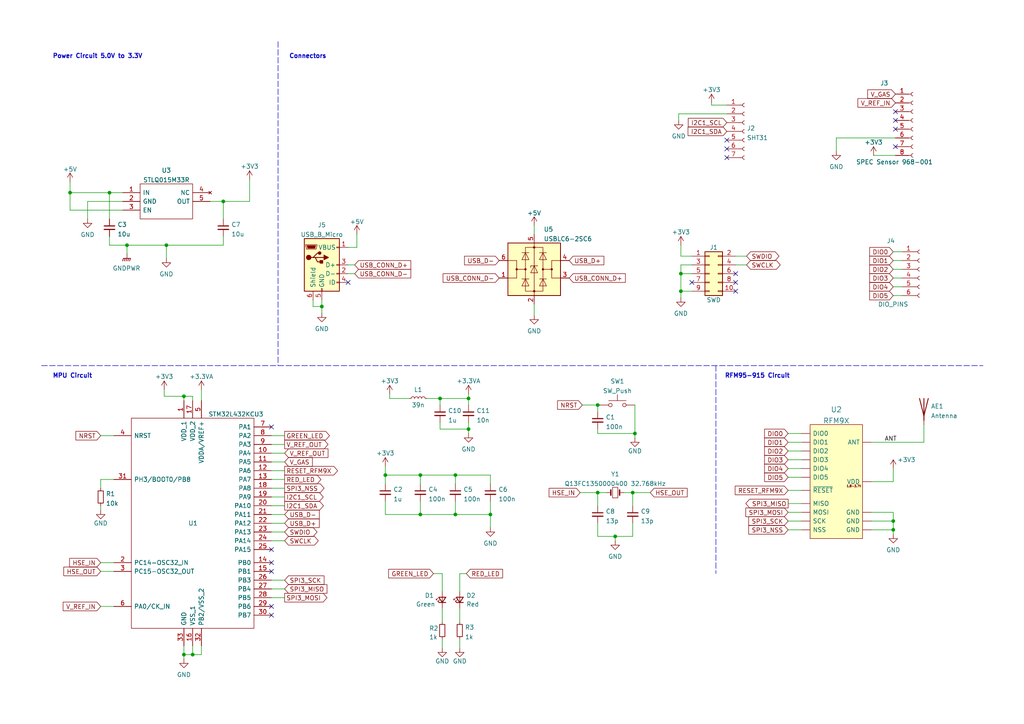
<source format=kicad_sch>
(kicad_sch (version 20211123) (generator eeschema)
  (paper "A4")
  (title_block (title "Diseño PCB Nodo Sensor Version 2.0") (date "2022-09-13") (company "UTEC"))
  (lib_symbols
    (symbol "Connector:Conn_01x06_Female" (pin_names (offset 1.016) hide)
      (property "Reference" "J" (at 0 7.62 0))
      (property "Value" "Conn_01x06_Female" (at 0 -10.16 0))
      (symbol "Conn_01x06_Female_1_1"
        (arc (start 0 -7.112) (mid -0.508 -7.62) (end 0 -8.128) (stroke (width 0.1524)))
        (arc (start 0 -4.572) (mid -0.508 -5.08) (end 0 -5.588) (stroke (width 0.1524)))
        (arc (start 0 -2.032) (mid -0.508 -2.54) (end 0 -3.048) (stroke (width 0.1524)))
        (polyline (pts (xy -1.27 -7.62) (xy -0.508 -7.62)) (stroke (width 0.1524)))
        (polyline (pts (xy -1.27 -5.08) (xy -0.508 -5.08)) (stroke (width 0.1524)))
        (polyline (pts (xy -1.27 -2.54) (xy -0.508 -2.54)) (stroke (width 0.1524)))
        (polyline (pts (xy -1.27 0) (xy -0.508 0)) (stroke (width 0.1524)))
        (polyline (pts (xy -1.27 2.54) (xy -0.508 2.54)) (stroke (width 0.1524)))
        (polyline (pts (xy -1.27 5.08) (xy -0.508 5.08)) (stroke (width 0.1524)))
        (arc (start 0 0.508) (mid -0.508 0) (end 0 -0.508) (stroke (width 0.1524)))
        (arc (start 0 3.048) (mid -0.508 2.54) (end 0 2.032) (stroke (width 0.1524)))
        (arc (start 0 5.588) (mid -0.508 5.08) (end 0 4.572) (stroke (width 0.1524)))
        (pin passive line (at -5.08 5.08 0) (length 3.81) (name "Pin_1") (number "1"))
        (pin passive line (at -5.08 2.54 0) (length 3.81) (name "Pin_2") (number "2"))
        (pin passive line (at -5.08 0 0) (length 3.81) (name "Pin_3") (number "3"))
        (pin passive line (at -5.08 -2.54 0) (length 3.81) (name "Pin_4") (number "4"))
        (pin passive line (at -5.08 -5.08 0) (length 3.81) (name "Pin_5") (number "5"))
        (pin passive line (at -5.08 -7.62 0) (length 3.81) (name "Pin_6") (number "6"))
      )
    )
    (symbol "Connector:Conn_01x07_Female" (pin_names (offset 1.016) hide)
      (property "Reference" "J" (at 0 10.16 0))
      (property "Value" "Conn_01x07_Female" (at 0 -10.16 0))
      (symbol "Conn_01x07_Female_1_1"
        (arc (start 0 -7.112) (mid -0.508 -7.62) (end 0 -8.128) (stroke (width 0.1524)))
        (arc (start 0 -4.572) (mid -0.508 -5.08) (end 0 -5.588) (stroke (width 0.1524)))
        (arc (start 0 -2.032) (mid -0.508 -2.54) (end 0 -3.048) (stroke (width 0.1524)))
        (polyline (pts (xy -1.27 -7.62) (xy -0.508 -7.62)) (stroke (width 0.1524)))
        (polyline (pts (xy -1.27 -5.08) (xy -0.508 -5.08)) (stroke (width 0.1524)))
        (polyline (pts (xy -1.27 -2.54) (xy -0.508 -2.54)) (stroke (width 0.1524)))
        (polyline (pts (xy -1.27 0) (xy -0.508 0)) (stroke (width 0.1524)))
        (polyline (pts (xy -1.27 2.54) (xy -0.508 2.54)) (stroke (width 0.1524)))
        (polyline (pts (xy -1.27 5.08) (xy -0.508 5.08)) (stroke (width 0.1524)))
        (polyline (pts (xy -1.27 7.62) (xy -0.508 7.62)) (stroke (width 0.1524)))
        (arc (start 0 0.508) (mid -0.508 0) (end 0 -0.508) (stroke (width 0.1524)))
        (arc (start 0 3.048) (mid -0.508 2.54) (end 0 2.032) (stroke (width 0.1524)))
        (arc (start 0 5.588) (mid -0.508 5.08) (end 0 4.572) (stroke (width 0.1524)))
        (arc (start 0 8.128) (mid -0.508 7.62) (end 0 7.112) (stroke (width 0.1524)))
        (pin passive line (at -5.08 7.62 0) (length 3.81) (name "Pin_1") (number "1"))
        (pin passive line (at -5.08 5.08 0) (length 3.81) (name "Pin_2") (number "2"))
        (pin passive line (at -5.08 2.54 0) (length 3.81) (name "Pin_3") (number "3"))
        (pin passive line (at -5.08 0 0) (length 3.81) (name "Pin_4") (number "4"))
        (pin passive line (at -5.08 -2.54 0) (length 3.81) (name "Pin_5") (number "5"))
        (pin passive line (at -5.08 -5.08 0) (length 3.81) (name "Pin_6") (number "6"))
        (pin passive line (at -5.08 -7.62 0) (length 3.81) (name "Pin_7") (number "7"))
      )
    )
    (symbol "Connector:Conn_01x08_Female" (pin_names (offset 1.016) hide)
      (property "Reference" "J" (at 0 10.16 0))
      (property "Value" "Conn_01x08_Female" (at 0 -12.7 0))
      (symbol "Conn_01x08_Female_1_1"
        (arc (start 0 -9.652) (mid -0.508 -10.16) (end 0 -10.668) (stroke (width 0.1524)))
        (arc (start 0 -7.112) (mid -0.508 -7.62) (end 0 -8.128) (stroke (width 0.1524)))
        (arc (start 0 -4.572) (mid -0.508 -5.08) (end 0 -5.588) (stroke (width 0.1524)))
        (arc (start 0 -2.032) (mid -0.508 -2.54) (end 0 -3.048) (stroke (width 0.1524)))
        (polyline (pts (xy -1.27 -10.16) (xy -0.508 -10.16)) (stroke (width 0.1524)))
        (polyline (pts (xy -1.27 -7.62) (xy -0.508 -7.62)) (stroke (width 0.1524)))
        (polyline (pts (xy -1.27 -5.08) (xy -0.508 -5.08)) (stroke (width 0.1524)))
        (polyline (pts (xy -1.27 -2.54) (xy -0.508 -2.54)) (stroke (width 0.1524)))
        (polyline (pts (xy -1.27 0) (xy -0.508 0)) (stroke (width 0.1524)))
        (polyline (pts (xy -1.27 2.54) (xy -0.508 2.54)) (stroke (width 0.1524)))
        (polyline (pts (xy -1.27 5.08) (xy -0.508 5.08)) (stroke (width 0.1524)))
        (polyline (pts (xy -1.27 7.62) (xy -0.508 7.62)) (stroke (width 0.1524)))
        (arc (start 0 0.508) (mid -0.508 0) (end 0 -0.508) (stroke (width 0.1524)))
        (arc (start 0 3.048) (mid -0.508 2.54) (end 0 2.032) (stroke (width 0.1524)))
        (arc (start 0 5.588) (mid -0.508 5.08) (end 0 4.572) (stroke (width 0.1524)))
        (arc (start 0 8.128) (mid -0.508 7.62) (end 0 7.112) (stroke (width 0.1524)))
        (pin passive line (at -5.08 7.62 0) (length 3.81) (name "Pin_1") (number "1"))
        (pin passive line (at -5.08 5.08 0) (length 3.81) (name "Pin_2") (number "2"))
        (pin passive line (at -5.08 2.54 0) (length 3.81) (name "Pin_3") (number "3"))
        (pin passive line (at -5.08 0 0) (length 3.81) (name "Pin_4") (number "4"))
        (pin passive line (at -5.08 -2.54 0) (length 3.81) (name "Pin_5") (number "5"))
        (pin passive line (at -5.08 -5.08 0) (length 3.81) (name "Pin_6") (number "6"))
        (pin passive line (at -5.08 -7.62 0) (length 3.81) (name "Pin_7") (number "7"))
        (pin passive line (at -5.08 -10.16 0) (length 3.81) (name "Pin_8") (number "8"))
      )
    )
    (symbol "Connector:USB_B_Micro" (pin_names (offset 1.016))
      (property "Reference" "J" (at -5.08 11.43 0))
      (property "Value" "USB_B_Micro" (at -5.08 8.89 0))
      (symbol "USB_B_Micro_0_1"
        (rectangle (start -5.08 -7.62) (end 5.08 7.62) (stroke (width 0.254)) (fill (type background)))
        (circle (center -3.81 2.159) (radius 0.635) (stroke (width 0.254)) (fill (type outline)))
        (circle (center -0.635 3.429) (radius 0.381) (stroke (width 0.254)) (fill (type outline)))
        (rectangle (start -0.127 -7.62) (end 0.127 -6.858))
        (polyline (pts (xy -1.905 2.159) (xy 0.635 2.159)) (stroke (width 0.254)))
        (polyline (pts (xy -3.175 2.159) (xy -2.54 2.159) (xy -1.27 3.429) (xy -0.635 3.429)) (stroke (width 0.254)))
        (polyline (pts (xy -2.54 2.159) (xy -1.905 2.159) (xy -1.27 0.889) (xy 0 0.889)) (stroke (width 0.254)))
        (polyline (pts (xy 0.635 2.794) (xy 0.635 1.524) (xy 1.905 2.159) (xy 0.635 2.794)) (stroke (width 0.254)) (fill (type outline)))
        (polyline (pts (xy -4.318 5.588) (xy -1.778 5.588) (xy -2.032 4.826) (xy -4.064 4.826) (xy -4.318 5.588)) (fill (type outline)))
        (polyline (pts (xy -4.699 5.842) (xy -4.699 5.588) (xy -4.445 4.826) (xy -4.445 4.572) (xy -1.651 4.572) (xy -1.651 4.826) (xy -1.397 5.588) (xy -1.397 5.842) (xy -4.699 5.842)))
        (rectangle (start 0.254 1.27) (end -0.508 0.508) (stroke (width 0.254)) (fill (type outline)))
        (rectangle (start 5.08 -5.207) (end 4.318 -4.953))
        (rectangle (start 5.08 -2.667) (end 4.318 -2.413))
        (rectangle (start 5.08 -0.127) (end 4.318 0.127))
        (rectangle (start 5.08 4.953) (end 4.318 5.207))
      )
      (symbol "USB_B_Micro_1_1"
        (pin power_out line (at 7.62 5.08 180) (length 2.54) (name "VBUS") (number "1"))
        (pin bidirectional line (at 7.62 -2.54 180) (length 2.54) (name "D-") (number "2"))
        (pin bidirectional line (at 7.62 0 180) (length 2.54) (name "D+") (number "3"))
        (pin passive line (at 7.62 -5.08 180) (length 2.54) (name "ID") (number "4"))
        (pin power_out line (at 0 -10.16 90) (length 2.54) (name "GND") (number "5"))
        (pin passive line (at -2.54 -10.16 90) (length 2.54) (name "Shield") (number "6"))
      )
    )
    (symbol "Connector_Generic:Conn_02x05_Odd_Even" (pin_names (offset 1.016) hide)
      (property "Reference" "J" (at 1.27 7.62 0))
      (property "Value" "Conn_02x05_Odd_Even" (at 1.27 -7.62 0))
      (symbol "Conn_02x05_Odd_Even_1_1"
        (rectangle (start -1.27 -4.953) (end 0 -5.207) (stroke (width 0.1524)))
        (rectangle (start -1.27 -2.413) (end 0 -2.667) (stroke (width 0.1524)))
        (rectangle (start -1.27 0.127) (end 0 -0.127) (stroke (width 0.1524)))
        (rectangle (start -1.27 2.667) (end 0 2.413) (stroke (width 0.1524)))
        (rectangle (start -1.27 5.207) (end 0 4.953) (stroke (width 0.1524)))
        (rectangle (start -1.27 6.35) (end 3.81 -6.35) (stroke (width 0.254)) (fill (type background)))
        (rectangle (start 3.81 -4.953) (end 2.54 -5.207) (stroke (width 0.1524)))
        (rectangle (start 3.81 -2.413) (end 2.54 -2.667) (stroke (width 0.1524)))
        (rectangle (start 3.81 0.127) (end 2.54 -0.127) (stroke (width 0.1524)))
        (rectangle (start 3.81 2.667) (end 2.54 2.413) (stroke (width 0.1524)))
        (rectangle (start 3.81 5.207) (end 2.54 4.953) (stroke (width 0.1524)))
        (pin passive line (at -5.08 5.08 0) (length 3.81) (name "Pin_1") (number "1"))
        (pin passive line (at 7.62 -5.08 180) (length 3.81) (name "Pin_10") (number "10"))
        (pin passive line (at 7.62 5.08 180) (length 3.81) (name "Pin_2") (number "2"))
        (pin passive line (at -5.08 2.54 0) (length 3.81) (name "Pin_3") (number "3"))
        (pin passive line (at 7.62 2.54 180) (length 3.81) (name "Pin_4") (number "4"))
        (pin passive line (at -5.08 0 0) (length 3.81) (name "Pin_5") (number "5"))
        (pin passive line (at 7.62 0 180) (length 3.81) (name "Pin_6") (number "6"))
        (pin passive line (at -5.08 -2.54 0) (length 3.81) (name "Pin_7") (number "7"))
        (pin passive line (at 7.62 -2.54 180) (length 3.81) (name "Pin_8") (number "8"))
        (pin passive line (at -5.08 -5.08 0) (length 3.81) (name "Pin_9") (number "9"))
      )
    )
    (symbol "Device:Antenna" (pin_numbers hide) (pin_names (offset 1.016) hide)
      (property "Reference" "AE" (at -1.905 1.905 0))
      (property "Value" "Antenna" (at -1.905 0 0))
      (symbol "Antenna_0_1"
        (polyline (pts (xy 0 2.54) (xy 0 -3.81)) (stroke (width 0.254)))
        (polyline (pts (xy 1.27 2.54) (xy 0 -2.54) (xy -1.27 2.54)) (stroke (width 0.254)))
      )
      (symbol "Antenna_1_1"
        (pin input line (at 0 -5.08 90) (length 2.54) (name "A") (number "1"))
      )
    )
    (symbol "Device:C_Small" (pin_numbers hide) (pin_names (offset 0.254) hide)
      (property "Reference" "C" (at 0.254 1.778 0))
      (property "Value" "C_Small" (at 0.254 -2.032 0))
      (symbol "C_Small_0_1"
        (polyline (pts (xy -1.524 -0.508) (xy 1.524 -0.508)) (stroke (width 0.3302)))
        (polyline (pts (xy -1.524 0.508) (xy 1.524 0.508)) (stroke (width 0.3048)))
      )
      (symbol "C_Small_1_1"
        (pin passive line (at 0 2.54 270) (length 2.032) (name "~") (number "1"))
        (pin passive line (at 0 -2.54 90) (length 2.032) (name "~") (number "2"))
      )
    )
    (symbol "Device:Crystal_Small" (pin_numbers hide) (pin_names (offset 1.016) hide)
      (property "Reference" "Y" (at 0 2.54 0))
      (property "Value" "Crystal_Small" (at 0 -2.54 0))
      (symbol "Crystal_Small_0_1"
        (rectangle (start -0.762 -1.524) (end 0.762 1.524))
        (polyline (pts (xy -1.27 -0.762) (xy -1.27 0.762)) (stroke (width 0.381)))
        (polyline (pts (xy 1.27 -0.762) (xy 1.27 0.762)) (stroke (width 0.381)))
      )
      (symbol "Crystal_Small_1_1"
        (pin passive line (at -2.54 0 0) (length 1.27) (name "1") (number "1"))
        (pin passive line (at 2.54 0 180) (length 1.27) (name "2") (number "2"))
      )
    )
    (symbol "Device:LED_Small" (pin_numbers hide) (pin_names (offset 0.254) hide)
      (property "Reference" "D" (at -1.27 3.175 0))
      (property "Value" "LED_Small" (at -4.445 -2.54 0))
      (symbol "LED_Small_0_1"
        (polyline (pts (xy -0.762 -1.016) (xy -0.762 1.016)) (stroke (width 0.254)))
        (polyline (pts (xy 1.016 0) (xy -0.762 0)))
        (polyline (pts (xy 0.762 -1.016) (xy -0.762 0) (xy 0.762 1.016) (xy 0.762 -1.016)) (stroke (width 0.254)))
        (polyline (pts (xy 0 0.762) (xy -0.508 1.27) (xy -0.254 1.27) (xy -0.508 1.27) (xy -0.508 1.016)))
        (polyline (pts (xy 0.508 1.27) (xy 0 1.778) (xy 0.254 1.778) (xy 0 1.778) (xy 0 1.524)))
      )
      (symbol "LED_Small_1_1"
        (pin passive line (at -2.54 0 0) (length 1.778) (name "K") (number "1"))
        (pin passive line (at 2.54 0 180) (length 1.778) (name "A") (number "2"))
      )
    )
    (symbol "Device:L_Small" (pin_numbers hide) (pin_names (offset 0.254) hide)
      (property "Reference" "L" (at 0.762 1.016 0))
      (property "Value" "L_Small" (at 0.762 -1.016 0))
      (symbol "L_Small_0_1"
        (arc (start 0 -2.032) (mid 0.508 -1.524) (end 0 -1.016))
        (arc (start 0 -1.016) (mid 0.508 -0.508) (end 0 0))
        (arc (start 0 0) (mid 0.508 0.508) (end 0 1.016))
        (arc (start 0 1.016) (mid 0.508 1.524) (end 0 2.032))
      )
      (symbol "L_Small_1_1"
        (pin passive line (at 0 2.54 270) (length 0.508) (name "~") (number "1"))
        (pin passive line (at 0 -2.54 90) (length 0.508) (name "~") (number "2"))
      )
    )
    (symbol "Device:R_Small" (pin_numbers hide) (pin_names (offset 0.254) hide)
      (property "Reference" "R" (at 0.762 0.508 0))
      (property "Value" "R_Small" (at 0.762 -1.016 0))
      (symbol "R_Small_0_1"
        (rectangle (start -0.762 1.778) (end 0.762 -1.778) (stroke (width 0.2032)))
      )
      (symbol "R_Small_1_1"
        (pin passive line (at 0 2.54 270) (length 0.762) (name "~") (number "1"))
        (pin passive line (at 0 -2.54 90) (length 0.762) (name "~") (number "2"))
      )
    )
    (symbol "Power_Protection:USBLC6-2SC6" (pin_names hide)
      (property "Reference" "U" (at 2.54 8.89 0))
      (property "Value" "USBLC6-2SC6" (at 2.54 -8.89 0))
      (symbol "USBLC6-2SC6_0_1"
        (rectangle (start -7.62 -7.62) (end 7.62 7.62) (stroke (width 0.254)) (fill (type background)))
        (circle (center -5.08 0) (radius 0.254) (fill (type outline)))
        (circle (center -2.54 0) (radius 0.254) (fill (type outline)))
        (rectangle (start -2.54 6.35) (end 2.54 -6.35))
        (circle (center 0 -6.35) (radius 0.254) (fill (type outline)))
        (polyline (pts (xy -5.08 -2.54) (xy -7.62 -2.54)))
        (polyline (pts (xy -5.08 0) (xy -5.08 -2.54)))
        (polyline (pts (xy -5.08 2.54) (xy -7.62 2.54)))
        (polyline (pts (xy -1.524 -2.794) (xy -3.556 -2.794)))
        (polyline (pts (xy -1.524 4.826) (xy -3.556 4.826)))
        (polyline (pts (xy 0 -7.62) (xy 0 -6.35)))
        (polyline (pts (xy 0 -6.35) (xy 0 1.27)))
        (polyline (pts (xy 0 1.27) (xy 0 6.35)))
        (polyline (pts (xy 0 6.35) (xy 0 7.62)))
        (polyline (pts (xy 1.524 -2.794) (xy 3.556 -2.794)))
        (polyline (pts (xy 1.524 4.826) (xy 3.556 4.826)))
        (polyline (pts (xy 5.08 -2.54) (xy 7.62 -2.54)))
        (polyline (pts (xy 5.08 0) (xy 5.08 -2.54)))
        (polyline (pts (xy 5.08 2.54) (xy 7.62 2.54)))
        (polyline (pts (xy -2.54 0) (xy -5.08 0) (xy -5.08 2.54)))
        (polyline (pts (xy 2.54 0) (xy 5.08 0) (xy 5.08 2.54)))
        (polyline (pts (xy -3.556 -4.826) (xy -1.524 -4.826) (xy -2.54 -2.794) (xy -3.556 -4.826)))
        (polyline (pts (xy -3.556 2.794) (xy -1.524 2.794) (xy -2.54 4.826) (xy -3.556 2.794)))
        (polyline (pts (xy -1.016 -1.016) (xy 1.016 -1.016) (xy 0 1.016) (xy -1.016 -1.016)))
        (polyline (pts (xy 1.016 1.016) (xy 0.762 1.016) (xy -1.016 1.016) (xy -1.016 0.508)))
        (polyline (pts (xy 3.556 -4.826) (xy 1.524 -4.826) (xy 2.54 -2.794) (xy 3.556 -4.826)))
        (polyline (pts (xy 3.556 2.794) (xy 1.524 2.794) (xy 2.54 4.826) (xy 3.556 2.794)))
        (circle (center 0 6.35) (radius 0.254) (fill (type outline)))
        (circle (center 2.54 0) (radius 0.254) (fill (type outline)))
        (circle (center 5.08 0) (radius 0.254) (fill (type outline)))
      )
      (symbol "USBLC6-2SC6_1_1"
        (pin passive line (at -10.16 -2.54 0) (length 2.54) (name "I/O1") (number "1"))
        (pin passive line (at 0 -10.16 90) (length 2.54) (name "GND") (number "2"))
        (pin passive line (at 10.16 -2.54 180) (length 2.54) (name "I/O2") (number "3"))
        (pin passive line (at 10.16 2.54 180) (length 2.54) (name "I/O2") (number "4"))
        (pin passive line (at 0 10.16 270) (length 2.54) (name "VBUS") (number "5"))
        (pin passive line (at -10.16 2.54 0) (length 2.54) (name "I/O1") (number "6"))
      )
    )
    (symbol "RFM9X:RFM9X" (pin_numbers hide) (pin_names (offset 0.762))
      (property "Reference" "U" (at 0 -17.78 0))
      (property "Value" "RFM9X" (at 0 17.78 0))
      (symbol "RFM9X_0_0"
        (text "1.8-3.7V" (at 5.08 -1.27 0) (effects (font (size 0.6096 0.6096))))
      )
      (symbol "RFM9X_0_1"
        (rectangle (start -7.62 16.51) (end 7.62 -16.51) (fill (type background)))
      )
      (symbol "RFM9X_1_1"
        (pin power_in line (at 10.16 -8.89 180) (length 2.54) (name "GND") (number "1"))
        (pin bidirectional line (at -10.16 11.43 0) (length 2.54) (name "DIO1") (number "10"))
        (pin bidirectional line (at -10.16 13.97 0) (length 2.54) (name "DIO0") (number "11"))
        (pin power_in line (at 10.16 0 180) (length 2.54) (name "VDD") (number "12"))
        (pin bidirectional line (at -10.16 3.81 0) (length 2.54) (name "DIO4") (number "13"))
        (pin bidirectional line (at -10.16 6.35 0) (length 2.54) (name "DIO3") (number "14"))
        (pin power_in line (at 10.16 -13.97 180) (length 2.54) (name "GND") (number "15"))
        (pin output line (at 10.16 11.43 180) (length 2.54) (name "ANT") (number "16"))
        (pin output line (at -10.16 -6.35 0) (length 2.54) (name "MISO") (number "2"))
        (pin input line (at -10.16 -8.89 0) (length 2.54) (name "MOSI") (number "3"))
        (pin input line (at -10.16 -11.43 0) (length 2.54) (name "SCK") (number "4"))
        (pin input line (at -10.16 -13.97 0) (length 2.54) (name "NSS") (number "5"))
        (pin input line (at -10.16 -2.54 0) (length 2.54) (name "~{RESET}") (number "6"))
        (pin bidirectional line (at -10.16 1.27 0) (length 2.54) (name "DIO5") (number "7"))
        (pin power_in line (at 10.16 -11.43 180) (length 2.54) (name "GND") (number "8"))
        (pin bidirectional line (at -10.16 8.89 0) (length 2.54) (name "DIO2") (number "9"))
      )
    )
    (symbol "SamacSys_Parts:STLQ015M33R" (pin_names (offset 0.762))
      (property "Reference" "U3" (at 12.7 6.4557 0))
      (property "Value" "STLQ015M33R" (at 12.7 3.6806 0))
      (symbol "STLQ015M33R_0_0"
        (pin input line (at 0 0 0) (length 5.08) (name "IN") (number "1"))
        (pin power_in line (at 0 -2.54 0) (length 5.08) (name "GND") (number "2"))
        (pin input line (at 0 -5.08 0) (length 5.08) (name "EN") (number "3"))
        (pin no_connect line (at 25.4 0 180) (length 5.08) (name "NC") (number "4"))
        (pin power_out line (at 25.4 -2.54 180) (length 5.08) (name "OUT") (number "5"))
      )
      (symbol "STLQ015M33R_0_1"
        (polyline (pts (xy 5.08 2.54) (xy 20.32 2.54) (xy 20.32 -7.62) (xy 5.08 -7.62) (xy 5.08 2.54)) (stroke (width 0.1524)))
      )
    )
    (symbol "SamacSys_Parts:STM32L432KCU3" (pin_names (offset 0.762))
      (property "Reference" "U1" (at 21.59 -12.7 0))
      (property "Value" "STM32L432KCU3" (at 27.4194 18.9206 0))
      (symbol "STM32L432KCU3_0_0"
        (pin passive line (at 20.32 22.86 270) (length 5.08) (name "VDD_1") (number "1"))
        (pin passive line (at 45.72 7.62 180) (length 5.08) (name "PA4") (number "10"))
        (pin passive line (at 45.72 5.08 180) (length 5.08) (name "PA5") (number "11"))
        (pin passive line (at 45.72 2.54 180) (length 5.08) (name "PA6") (number "12"))
        (pin passive line (at 45.72 0 180) (length 5.08) (name "PA7") (number "13"))
        (pin passive line (at 45.72 -24.13 180) (length 5.08) (name "PB0") (number "14"))
        (pin passive line (at 45.72 -26.67 180) (length 5.08) (name "PB1") (number "15"))
        (pin passive line (at 22.86 -48.26 90) (length 5.08) (name "VSS_1") (number "16"))
        (pin passive line (at 22.86 22.86 270) (length 5.08) (name "VDD_2") (number "17"))
        (pin passive line (at 45.72 -2.54 180) (length 5.08) (name "PA8") (number "18"))
        (pin passive line (at 45.72 -5.08 180) (length 5.08) (name "PA9") (number "19"))
        (pin passive line (at 0 -24.13 0) (length 5.08) (name "PC14-OSC32_IN") (number "2"))
        (pin passive line (at 45.72 -7.62 180) (length 5.08) (name "PA10") (number "20"))
        (pin passive line (at 45.72 -10.16 180) (length 5.08) (name "PA11") (number "21"))
        (pin passive line (at 45.72 -12.7 180) (length 5.08) (name "PA12") (number "22"))
        (pin passive line (at 45.72 -15.24 180) (length 5.08) (name "PA13") (number "23"))
        (pin passive line (at 45.72 -17.78 180) (length 5.08) (name "PA14") (number "24"))
        (pin passive line (at 45.72 -20.32 180) (length 5.08) (name "PA15") (number "25"))
        (pin passive line (at 45.72 -29.21 180) (length 5.08) (name "PB3") (number "26"))
        (pin passive line (at 45.72 -31.75 180) (length 5.08) (name "PB4") (number "27"))
        (pin passive line (at 45.72 -34.29 180) (length 5.08) (name "PB5") (number "28"))
        (pin passive line (at 45.72 -36.83 180) (length 5.08) (name "PB6") (number "29"))
        (pin passive line (at 0 -26.67 0) (length 5.08) (name "PC15-OSC32_OUT") (number "3"))
        (pin passive line (at 45.72 -39.37 180) (length 5.08) (name "PB7") (number "30"))
        (pin passive line (at 0 0 0) (length 5.08) (name "PH3/BOOT0/PB8") (number "31"))
        (pin passive line (at 25.4 -48.26 90) (length 5.08) (name "PB2/VSS_2") (number "32"))
        (pin passive line (at 20.32 -48.26 90) (length 5.08) (name "GND") (number "33"))
        (pin passive line (at 0 12.7 0) (length 5.08) (name "NRST") (number "4"))
        (pin passive line (at 25.4 22.86 270) (length 5.08) (name "VDDA/VREF+") (number "5"))
        (pin passive line (at 0 -36.83 0) (length 5.08) (name "PA0/CK_IN") (number "6"))
        (pin passive line (at 45.72 15.24 180) (length 5.08) (name "PA1") (number "7"))
        (pin passive line (at 45.72 12.7 180) (length 5.08) (name "PA2") (number "8"))
        (pin passive line (at 45.72 10.16 180) (length 5.08) (name "PA3") (number "9"))
      )
      (symbol "STM32L432KCU3_0_1"
        (rectangle (start 5.08 17.78) (end 40.64 -43.18) (stroke (width 0.1524)))
      )
    )
    (symbol "Switch:SW_Push" (pin_numbers hide) (pin_names (offset 1.016) hide)
      (property "Reference" "SW" (at 1.27 2.54 0))
      (property "Value" "SW_Push" (at 0 -1.524 0))
      (symbol "SW_Push_0_1"
        (circle (center -2.032 0) (radius 0.508))
        (polyline (pts (xy 0 1.27) (xy 0 3.048)))
        (polyline (pts (xy 2.54 1.27) (xy -2.54 1.27)))
        (circle (center 2.032 0) (radius 0.508))
        (pin passive line (at -5.08 0 0) (length 2.54) (name "1") (number "1"))
        (pin passive line (at 5.08 0 180) (length 2.54) (name "2") (number "2"))
      )
    )
    (symbol "power:+3.3V" (power) (pin_names (offset 0))
      (property "Value" "+3.3V" (at 0 3.556 0))
      (symbol "+3.3V_0_1"
        (polyline (pts (xy -0.762 1.27) (xy 0 2.54)))
        (polyline (pts (xy 0 0) (xy 0 2.54)))
        (polyline (pts (xy 0 2.54) (xy 0.762 1.27)))
      )
      (symbol "+3.3V_1_1"
        (pin power_in line (at 0 0 90) (length 0) hide (name "+3V3") (number "1"))
      )
    )
    (symbol "power:+3.3VA" (power) (pin_names (offset 0))
      (property "Value" "+3.3VA" (at 0 3.556 0))
      (symbol "+3.3VA_0_1"
        (polyline (pts (xy -0.762 1.27) (xy 0 2.54)))
        (polyline (pts (xy 0 0) (xy 0 2.54)))
        (polyline (pts (xy 0 2.54) (xy 0.762 1.27)))
      )
      (symbol "+3.3VA_1_1"
        (pin power_in line (at 0 0 90) (length 0) hide (name "+3.3VA") (number "1"))
      )
    )
    (symbol "power:+5V" (power) (pin_names (offset 0))
      (property "Value" "+5V" (at 0 3.556 0))
      (symbol "+5V_0_1"
        (polyline (pts (xy -0.762 1.27) (xy 0 2.54)))
        (polyline (pts (xy 0 0) (xy 0 2.54)))
        (polyline (pts (xy 0 2.54) (xy 0.762 1.27)))
      )
      (symbol "+5V_1_1"
        (pin power_in line (at 0 0 90) (length 0) hide (name "+5V") (number "1"))
      )
    )
    (symbol "power:GND" (power) (pin_names (offset 0))
      (property "Value" "GND" (at 0 -3.81 0))
      (symbol "GND_0_1"
        (polyline (pts (xy 0 0) (xy 0 -1.27) (xy 1.27 -1.27) (xy 0 -2.54) (xy -1.27 -1.27) (xy 0 -1.27)))
      )
      (symbol "GND_1_1"
        (pin power_in line (at 0 0 270) (length 0) hide (name "GND") (number "1"))
      )
    )
    (symbol "power:GNDPWR" (power) (pin_names (offset 0))
      (property "Value" "GNDPWR" (at 0 -3.302 0))
      (symbol "GNDPWR_0_1"
        (polyline (pts (xy 0 -1.27) (xy 0 0)))
        (polyline (pts (xy -1.016 -1.27) (xy -1.27 -2.032) (xy -1.27 -2.032)) (stroke (width 0.2032)))
        (polyline (pts (xy -0.508 -1.27) (xy -0.762 -2.032) (xy -0.762 -2.032)) (stroke (width 0.2032)))
        (polyline (pts (xy 0 -1.27) (xy -0.254 -2.032) (xy -0.254 -2.032)) (stroke (width 0.2032)))
        (polyline (pts (xy 0.508 -1.27) (xy 0.254 -2.032) (xy 0.254 -2.032)) (stroke (width 0.2032)))
        (polyline (pts (xy 1.016 -1.27) (xy -1.016 -1.27) (xy -1.016 -1.27)) (stroke (width 0.2032)))
        (polyline (pts (xy 1.016 -1.27) (xy 0.762 -2.032) (xy 0.762 -2.032) (xy 0.762 -2.032)) (stroke (width 0.2032)))
      )
      (symbol "GNDPWR_1_1"
        (pin power_in line (at 0 0 270) (length 0) hide (name "GNDPWR") (number "1"))
      )
    )
  )
  (junction (at 197.485 79.375))
  (junction (at 142.24 149.225))
  (junction (at 121.92 137.795))
  (junction (at 20.32 55.88))
  (junction (at 178.435 155.575))
  (junction (at 173.355 142.875))
  (junction (at 93.345 88.9))
  (junction (at 121.92 149.225))
  (junction (at 183.515 142.875))
  (junction (at 132.08 149.225))
  (junction (at 135.89 115.57))
  (junction (at 36.83 71.12))
  (junction (at 259.08 153.67))
  (junction (at 259.08 151.13))
  (junction (at 173.355 117.475))
  (junction (at 127.635 115.57))
  (junction (at 53.34 189.865))
  (junction (at 64.77 58.42))
  (junction (at 132.08 137.795))
  (junction (at 53.34 114.935))
  (junction (at 184.15 125.73))
  (junction (at 111.76 137.795))
  (junction (at 197.485 84.455))
  (junction (at 48.26 71.12))
  (junction (at 135.89 124.46))
  (junction (at 31.75 55.88))
  (junction (at 55.88 189.865))
  (no_connect (at 200.66 81.915))
  (no_connect (at 100.965 81.915))
  (no_connect (at 210.82 43.18))
  (no_connect (at 210.82 40.64))
  (no_connect (at 213.36 81.915))
  (no_connect (at 213.36 79.375))
  (no_connect (at 213.36 84.455))
  (no_connect (at 259.715 32.385))
  (no_connect (at 259.715 34.925))
  (no_connect (at 259.715 37.465))
  (no_connect (at 259.715 42.545))
  (no_connect (at 78.74 165.735))
  (no_connect (at 78.74 163.195))
  (no_connect (at 78.74 159.385))
  (no_connect (at 78.74 178.435))
  (no_connect (at 78.74 175.895))
  (no_connect (at 78.74 123.825))
  (no_connect (at 210.82 45.72))
  (wire (pts (xy 78.74 133.985) (xy 82.55 133.985)))
  (wire (pts (xy 113.03 114.3) (xy 113.03 115.57)))
  (wire (pts (xy 127.635 124.46) (xy 135.89 124.46)))
  (wire (pts (xy 173.355 125.73) (xy 184.15 125.73)))
  (wire (pts (xy 183.515 146.685) (xy 183.515 142.875)))
  (wire (pts (xy 213.36 74.295) (xy 216.535 74.295)))
  (wire (pts (xy 184.15 117.475) (xy 184.15 125.73)))
  (wire (pts (xy 154.94 65.405) (xy 154.94 67.945)))
  (wire (pts (xy 173.355 117.475) (xy 173.355 119.38)))
  (wire (pts (xy 72.39 58.42) (xy 64.77 58.42)))
  (wire (pts (xy 127.635 115.57) (xy 127.635 117.475)))
  (wire (pts (xy 20.32 55.88) (xy 31.75 55.88)))
  (wire (pts (xy 128.27 166.37) (xy 128.27 171.45)))
  (wire (pts (xy 64.77 58.42) (xy 64.77 63.5)))
  (wire (pts (xy 259.08 75.565) (xy 261.62 75.565)))
  (wire (pts (xy 135.89 122.555) (xy 135.89 124.46)))
  (wire (pts (xy 55.88 187.325) (xy 55.88 189.865)))
  (wire (pts (xy 253.365 45.085) (xy 259.715 45.085)))
  (wire (pts (xy 125.73 166.37) (xy 128.27 166.37)))
  (wire (pts (xy 29.21 139.065) (xy 29.21 141.605)))
  (wire (pts (xy 78.74 151.765) (xy 82.55 151.765)))
  (wire (pts (xy 78.74 149.225) (xy 82.55 149.225)))
  (wire (pts (xy 121.92 140.335) (xy 121.92 137.795)))
  (wire (pts (xy 55.88 189.865) (xy 53.34 189.865)))
  (wire (pts (xy 90.805 88.9) (xy 93.345 88.9)))
  (wire (pts (xy 168.275 142.875) (xy 173.355 142.875)))
  (wire (pts (xy 259.08 151.13) (xy 259.08 153.67)))
  (wire (pts (xy 197.485 79.375) (xy 197.485 84.455)))
  (wire (pts (xy 183.515 151.765) (xy 183.515 155.575)))
  (wire (pts (xy 206.375 30.48) (xy 210.82 30.48)))
  (wire (pts (xy 36.83 71.12) (xy 36.83 73.66)))
  (wire (pts (xy 113.03 115.57) (xy 118.745 115.57)))
  (wire (pts (xy 60.96 58.42) (xy 64.77 58.42)))
  (wire (pts (xy 132.08 137.795) (xy 121.92 137.795)))
  (wire (pts (xy 55.88 114.935) (xy 53.34 114.935)))
  (wire (pts (xy 48.26 71.12) (xy 48.26 74.93)))
  (wire (pts (xy 197.485 84.455) (xy 200.66 84.455)))
  (wire (pts (xy 58.42 189.865) (xy 55.88 189.865)))
  (wire (pts (xy 29.21 146.685) (xy 29.21 147.955)))
  (wire (pts (xy 29.21 175.895) (xy 33.02 175.895)))
  (wire (pts (xy 53.34 189.865) (xy 53.34 191.135)))
  (wire (pts (xy 142.24 149.225) (xy 142.24 153.035)))
  (wire (pts (xy 142.24 145.415) (xy 142.24 149.225)))
  (wire (pts (xy 173.355 151.765) (xy 173.355 155.575)))
  (wire (pts (xy 47.625 114.935) (xy 53.34 114.935)))
  (wire (pts (xy 64.77 68.58) (xy 64.77 71.12)))
  (wire (pts (xy 259.08 73.025) (xy 261.62 73.025)))
  (wire (pts (xy 93.345 86.995) (xy 93.345 88.9)))
  (wire (pts (xy 173.355 124.46) (xy 173.355 125.73)))
  (wire (pts (xy 267.97 123.19) (xy 267.97 128.27)))
  (wire (pts (xy 200.66 79.375) (xy 197.485 79.375)))
  (wire (pts (xy 133.35 171.45) (xy 133.35 166.37)))
  (wire (pts (xy 228.6 130.81) (xy 232.41 130.81)))
  (wire (pts (xy 135.89 115.57) (xy 135.89 117.475)))
  (wire (pts (xy 228.6 133.35) (xy 232.41 133.35)))
  (wire (pts (xy 78.74 128.905) (xy 82.55 128.905)))
  (polyline (pts (xy 207.645 106.045) (xy 207.645 166.37)))
  (wire (pts (xy 78.74 173.355) (xy 82.55 173.355)))
  (wire (pts (xy 228.6 146.05) (xy 232.41 146.05)))
  (wire (pts (xy 135.89 114.3) (xy 135.89 115.57)))
  (wire (pts (xy 121.92 145.415) (xy 121.92 149.225)))
  (wire (pts (xy 133.35 176.53) (xy 133.35 180.34)))
  (wire (pts (xy 259.08 139.7) (xy 259.08 135.89)))
  (wire (pts (xy 111.76 135.255) (xy 111.76 137.795)))
  (wire (pts (xy 78.74 126.365) (xy 82.55 126.365)))
  (wire (pts (xy 58.42 187.325) (xy 58.42 189.865)))
  (wire (pts (xy 29.21 139.065) (xy 33.02 139.065)))
  (wire (pts (xy 252.73 153.67) (xy 259.08 153.67)))
  (wire (pts (xy 128.27 185.42) (xy 128.27 187.96)))
  (wire (pts (xy 197.485 74.295) (xy 197.485 71.12)))
  (wire (pts (xy 78.74 131.445) (xy 82.55 131.445)))
  (wire (pts (xy 31.75 71.12) (xy 36.83 71.12)))
  (polyline (pts (xy 80.645 12.065) (xy 80.645 106.045)))
  (wire (pts (xy 259.08 83.185) (xy 261.62 83.185)))
  (wire (pts (xy 154.94 88.265) (xy 154.94 91.44)))
  (wire (pts (xy 259.08 85.725) (xy 261.62 85.725)))
  (wire (pts (xy 228.6 148.59) (xy 232.41 148.59)))
  (wire (pts (xy 173.355 142.875) (xy 173.355 146.685)))
  (wire (pts (xy 53.34 187.325) (xy 53.34 189.865)))
  (wire (pts (xy 78.74 144.145) (xy 82.55 144.145)))
  (wire (pts (xy 29.21 126.365) (xy 33.02 126.365)))
  (wire (pts (xy 35.56 55.88) (xy 31.75 55.88)))
  (wire (pts (xy 78.74 146.685) (xy 82.55 146.685)))
  (wire (pts (xy 142.24 137.795) (xy 132.08 137.795)))
  (wire (pts (xy 31.75 55.88) (xy 31.75 63.5)))
  (wire (pts (xy 127.635 122.555) (xy 127.635 124.46)))
  (wire (pts (xy 252.73 148.59) (xy 259.08 148.59)))
  (wire (pts (xy 123.825 115.57) (xy 127.635 115.57)))
  (wire (pts (xy 228.6 138.43) (xy 232.41 138.43)))
  (wire (pts (xy 197.485 86.36) (xy 197.485 84.455)))
  (wire (pts (xy 200.66 74.295) (xy 197.485 74.295)))
  (wire (pts (xy 228.6 153.67) (xy 232.41 153.67)))
  (wire (pts (xy 259.715 40.005) (xy 242.57 40.005)))
  (wire (pts (xy 142.24 149.225) (xy 132.08 149.225)))
  (wire (pts (xy 121.92 149.225) (xy 111.76 149.225)))
  (wire (pts (xy 228.6 135.89) (xy 232.41 135.89)))
  (wire (pts (xy 259.08 78.105) (xy 261.62 78.105)))
  (wire (pts (xy 183.515 142.875) (xy 188.595 142.875)))
  (wire (pts (xy 259.08 153.67) (xy 259.08 154.94)))
  (wire (pts (xy 25.4 58.42) (xy 25.4 63.5)))
  (wire (pts (xy 121.92 137.795) (xy 111.76 137.795)))
  (wire (pts (xy 197.485 76.835) (xy 197.485 79.375)))
  (wire (pts (xy 128.27 176.53) (xy 128.27 180.34)))
  (wire (pts (xy 178.435 155.575) (xy 178.435 156.845)))
  (wire (pts (xy 135.89 124.46) (xy 135.89 125.73)))
  (wire (pts (xy 31.75 68.58) (xy 31.75 71.12)))
  (wire (pts (xy 111.76 145.415) (xy 111.76 149.225)))
  (wire (pts (xy 183.515 155.575) (xy 178.435 155.575)))
  (wire (pts (xy 175.895 142.875) (xy 173.355 142.875)))
  (wire (pts (xy 228.6 142.24) (xy 232.41 142.24)))
  (wire (pts (xy 29.21 163.195) (xy 33.02 163.195)))
  (wire (pts (xy 142.24 140.335) (xy 142.24 137.795)))
  (wire (pts (xy 103.505 71.755) (xy 100.965 71.755)))
  (wire (pts (xy 173.355 117.475) (xy 173.99 117.475)))
  (wire (pts (xy 78.74 170.815) (xy 82.55 170.815)))
  (wire (pts (xy 111.76 137.795) (xy 111.76 140.335)))
  (wire (pts (xy 47.625 113.03) (xy 47.625 114.935)))
  (wire (pts (xy 78.74 154.305) (xy 82.55 154.305)))
  (wire (pts (xy 133.35 166.37) (xy 135.255 166.37)))
  (wire (pts (xy 259.08 80.645) (xy 261.62 80.645)))
  (wire (pts (xy 252.73 139.7) (xy 259.08 139.7)))
  (wire (pts (xy 20.32 52.705) (xy 20.32 55.88)))
  (wire (pts (xy 206.375 29.845) (xy 206.375 30.48)))
  (wire (pts (xy 200.66 76.835) (xy 197.485 76.835)))
  (wire (pts (xy 53.34 114.935) (xy 53.34 116.205)))
  (wire (pts (xy 228.6 125.73) (xy 232.41 125.73)))
  (wire (pts (xy 55.88 116.205) (xy 55.88 114.935)))
  (wire (pts (xy 132.08 149.225) (xy 121.92 149.225)))
  (wire (pts (xy 132.08 140.335) (xy 132.08 137.795)))
  (wire (pts (xy 173.355 155.575) (xy 178.435 155.575)))
  (wire (pts (xy 90.805 86.995) (xy 90.805 88.9)))
  (wire (pts (xy 58.42 113.03) (xy 58.42 116.205)))
  (wire (pts (xy 102.87 79.375) (xy 100.965 79.375)))
  (wire (pts (xy 72.39 52.07) (xy 72.39 58.42)))
  (wire (pts (xy 93.345 88.9) (xy 93.345 90.805)))
  (wire (pts (xy 228.6 128.27) (xy 232.41 128.27)))
  (wire (pts (xy 228.6 151.13) (xy 232.41 151.13)))
  (wire (pts (xy 210.82 33.02) (xy 196.85 33.02)))
  (wire (pts (xy 184.15 125.73) (xy 184.15 127)))
  (wire (pts (xy 252.73 151.13) (xy 259.08 151.13)))
  (wire (pts (xy 36.83 71.12) (xy 48.26 71.12)))
  (wire (pts (xy 259.08 148.59) (xy 259.08 151.13)))
  (wire (pts (xy 78.74 139.065) (xy 82.55 139.065)))
  (wire (pts (xy 213.36 76.835) (xy 216.535 76.835)))
  (wire (pts (xy 78.74 156.845) (xy 82.55 156.845)))
  (wire (pts (xy 20.32 60.96) (xy 20.32 55.88)))
  (wire (pts (xy 135.89 115.57) (xy 127.635 115.57)))
  (wire (pts (xy 133.35 185.42) (xy 133.35 187.96)))
  (wire (pts (xy 78.74 168.275) (xy 82.55 168.275)))
  (wire (pts (xy 29.21 165.735) (xy 33.02 165.735)))
  (wire (pts (xy 132.08 145.415) (xy 132.08 149.225)))
  (wire (pts (xy 168.91 117.475) (xy 173.355 117.475)))
  (wire (pts (xy 35.56 58.42) (xy 25.4 58.42)))
  (wire (pts (xy 102.87 76.835) (xy 100.965 76.835)))
  (wire (pts (xy 242.57 40.005) (xy 242.57 43.815)))
  (wire (pts (xy 180.975 142.875) (xy 183.515 142.875)))
  (wire (pts (xy 48.26 71.12) (xy 64.77 71.12)))
  (polyline (pts (xy 12.065 106.045) (xy 285.115 106.045)))
  (wire (pts (xy 196.85 33.02) (xy 196.85 34.925)))
  (wire (pts (xy 252.73 128.27) (xy 267.97 128.27)))
  (wire (pts (xy 35.56 60.96) (xy 20.32 60.96)))
  (wire (pts (xy 78.74 141.605) (xy 82.55 141.605)))
  (wire (pts (xy 103.505 67.945) (xy 103.505 71.755)))
  (wire (pts (xy 78.74 136.525) (xy 82.55 136.525)))
  (text "RFM95-915 Circuit" (at 210.185 109.855 0) (effects (font (size 1.27 1.27) (thickness 0.254) bold) (justify left bottom)))
  (text "MPU Circuit" (at 15.24 109.855 0) (effects (font (size 1.27 1.27) (thickness 0.254) bold) (justify left bottom)))
  (text "Connectors" (at 83.82 17.145 0) (effects (font (size 1.27 1.27) (thickness 0.254) bold) (justify left bottom)))
  (text "Power Circuit 5.0V to 3.3V" (at 15.24 17.145 0) (effects (font (size 1.27 1.27) (thickness 0.254) bold) (justify left bottom)))
  (label "ANT" (at 256.54 128.27 0))
  (global_label "SPI3_NSS" (shape output) (at 82.55 141.605 0) (property "Intersheet References" "${INTERSHEET_REFS}" (effects hide)))
  (global_label "GREEN_LED" (shape input) (at 125.73 166.37 180) (property "Intersheet References" "${INTERSHEET_REFS}" (effects hide)))
  (global_label "USB_CONN_D-" (shape input) (at 102.87 79.375 0) (property "Intersheet References" "${INTERSHEET_REFS}" (effects hide)))
  (global_label "DIO4" (shape input) (at 259.08 83.185 180) (property "Intersheet References" "${INTERSHEET_REFS}" (effects hide)))
  (global_label "USB_D+" (shape input) (at 165.1 75.565 0) (property "Intersheet References" "${INTERSHEET_REFS}" (effects hide)))
  (global_label "V_REF_OUT" (shape input) (at 82.55 131.445 0) (property "Intersheet References" "${INTERSHEET_REFS}" (effects hide)))
  (global_label "DIO1" (shape input) (at 259.08 75.565 180) (property "Intersheet References" "${INTERSHEET_REFS}" (effects hide)))
  (global_label "V_REF_OUT" (shape output) (at 82.55 128.905 0) (property "Intersheet References" "${INTERSHEET_REFS}" (effects hide)))
  (global_label "HSE_IN" (shape input) (at 29.21 163.195 180) (property "Intersheet References" "${INTERSHEET_REFS}" (effects hide)))
  (global_label "RESET_RFM9X" (shape input) (at 228.6 142.24 180) (property "Intersheet References" "${INTERSHEET_REFS}" (effects hide)))
  (global_label "RESET_RFM9X" (shape output) (at 82.55 136.525 0) (property "Intersheet References" "${INTERSHEET_REFS}" (effects hide)))
  (global_label "DIO5" (shape input) (at 259.08 85.725 180) (property "Intersheet References" "${INTERSHEET_REFS}" (effects hide)))
  (global_label "HSE_OUT" (shape input) (at 29.21 165.735 180) (property "Intersheet References" "${INTERSHEET_REFS}" (effects hide)))
  (global_label "SWCLK" (shape bidirectional) (at 216.535 76.835 0) (property "Intersheet References" "${INTERSHEET_REFS}" (effects hide)))
  (global_label "DIO0" (shape input) (at 259.08 73.025 180) (property "Intersheet References" "${INTERSHEET_REFS}" (effects hide)))
  (global_label "DIO3" (shape input) (at 228.6 133.35 180) (property "Intersheet References" "${INTERSHEET_REFS}" (effects hide)))
  (global_label "DIO4" (shape input) (at 228.6 135.89 180) (property "Intersheet References" "${INTERSHEET_REFS}" (effects hide)))
  (global_label "SPI3_SCK" (shape input) (at 82.55 168.275 0) (property "Intersheet References" "${INTERSHEET_REFS}" (effects hide)))
  (global_label "SPI3_NSS" (shape input) (at 228.6 153.67 180) (property "Intersheet References" "${INTERSHEET_REFS}" (effects hide)))
  (global_label "I2C1_SCL" (shape input) (at 210.82 35.56 180) (property "Intersheet References" "${INTERSHEET_REFS}" (effects hide)))
  (global_label "I2C1_SDA" (shape output) (at 82.55 146.685 0) (property "Intersheet References" "${INTERSHEET_REFS}" (effects hide)))
  (global_label "V_GAS" (shape input) (at 259.715 27.305 180) (property "Intersheet References" "${INTERSHEET_REFS}" (effects hide)))
  (global_label "SPI3_MOSI" (shape output) (at 82.55 173.355 0) (property "Intersheet References" "${INTERSHEET_REFS}" (effects hide)))
  (global_label "RED_LED" (shape input) (at 135.255 166.37 0) (property "Intersheet References" "${INTERSHEET_REFS}" (effects hide)))
  (global_label "DIO2" (shape input) (at 259.08 78.105 180) (property "Intersheet References" "${INTERSHEET_REFS}" (effects hide)))
  (global_label "DIO0" (shape input) (at 228.6 125.73 180) (property "Intersheet References" "${INTERSHEET_REFS}" (effects hide)))
  (global_label "USB_D+" (shape input) (at 82.55 151.765 0) (property "Intersheet References" "${INTERSHEET_REFS}" (effects hide)))
  (global_label "SWDIO" (shape bidirectional) (at 82.55 154.305 0) (property "Intersheet References" "${INTERSHEET_REFS}" (effects hide)))
  (global_label "SPI3_SCK" (shape input) (at 228.6 151.13 180) (property "Intersheet References" "${INTERSHEET_REFS}" (effects hide)))
  (global_label "GREEN_LED" (shape output) (at 82.55 126.365 0) (property "Intersheet References" "${INTERSHEET_REFS}" (effects hide)))
  (global_label "DIO2" (shape input) (at 228.6 130.81 180) (property "Intersheet References" "${INTERSHEET_REFS}" (effects hide)))
  (global_label "USB_D-" (shape input) (at 144.78 75.565 180) (property "Intersheet References" "${INTERSHEET_REFS}" (effects hide)))
  (global_label "V_REF_IN" (shape input) (at 259.715 29.845 180) (property "Intersheet References" "${INTERSHEET_REFS}" (effects hide)))
  (global_label "SPI3_MISO" (shape output) (at 228.6 146.05 180) (property "Intersheet References" "${INTERSHEET_REFS}" (effects hide)))
  (global_label "USB_CONN_D+" (shape input) (at 102.87 76.835 0) (property "Intersheet References" "${INTERSHEET_REFS}" (effects hide)))
  (global_label "V_GAS" (shape input) (at 82.55 133.985 0) (property "Intersheet References" "${INTERSHEET_REFS}" (effects hide)))
  (global_label "V_REF_IN" (shape input) (at 29.21 175.895 180) (property "Intersheet References" "${INTERSHEET_REFS}" (effects hide)))
  (global_label "DIO1" (shape input) (at 228.6 128.27 180) (property "Intersheet References" "${INTERSHEET_REFS}" (effects hide)))
  (global_label "USB_CONN_D-" (shape input) (at 144.78 80.645 180) (property "Intersheet References" "${INTERSHEET_REFS}" (effects hide)))
  (global_label "DIO3" (shape input) (at 259.08 80.645 180) (property "Intersheet References" "${INTERSHEET_REFS}" (effects hide)))
  (global_label "I2C1_SDA" (shape input) (at 210.82 38.1 180) (property "Intersheet References" "${INTERSHEET_REFS}" (effects hide)))
  (global_label "DIO5" (shape input) (at 228.6 138.43 180) (property "Intersheet References" "${INTERSHEET_REFS}" (effects hide)))
  (global_label "RED_LED" (shape output) (at 82.55 139.065 0) (property "Intersheet References" "${INTERSHEET_REFS}" (effects hide)))
  (global_label "SWDIO" (shape bidirectional) (at 216.535 74.295 0) (property "Intersheet References" "${INTERSHEET_REFS}" (effects hide)))
  (global_label "NRST" (shape input) (at 168.91 117.475 180) (property "Intersheet References" "${INTERSHEET_REFS}" (effects hide)))
  (global_label "HSE_OUT" (shape input) (at 188.595 142.875 0) (property "Intersheet References" "${INTERSHEET_REFS}" (effects hide)))
  (global_label "USB_D-" (shape input) (at 82.55 149.225 0) (property "Intersheet References" "${INTERSHEET_REFS}" (effects hide)))
  (global_label "I2C1_SCL" (shape output) (at 82.55 144.145 0) (property "Intersheet References" "${INTERSHEET_REFS}" (effects hide)))
  (global_label "NRST" (shape input) (at 29.21 126.365 180) (property "Intersheet References" "${INTERSHEET_REFS}" (effects hide)))
  (global_label "SPI3_MISO" (shape input) (at 82.55 170.815 0) (property "Intersheet References" "${INTERSHEET_REFS}" (effects hide)))
  (global_label "USB_CONN_D+" (shape input) (at 165.1 80.645 0) (property "Intersheet References" "${INTERSHEET_REFS}" (effects hide)))
  (global_label "SPI3_MOSI" (shape input) (at 228.6 148.59 180) (property "Intersheet References" "${INTERSHEET_REFS}" (effects hide)))
  (global_label "SWCLK" (shape bidirectional) (at 82.55 156.845 0) (property "Intersheet References" "${INTERSHEET_REFS}" (effects hide)))
  (global_label "HSE_IN" (shape input) (at 168.275 142.875 180) (property "Intersheet References" "${INTERSHEET_REFS}" (effects hide)))
  (symbol (lib_id "power:GND") (at 197.485 86.36 0) (unit 1)
    (property "Reference" "#PWR014" (effects hide))
    (property "Value" "GND" (at 197.485 90.9225 0))
  )
  (symbol (lib_id "power:GNDPWR") (at 36.83 73.66 0) (unit 1)
    (property "Reference" "#PWR010" (effects hide))
    (property "Value" "GNDPWR" (at 36.703 77.8161 0))
  )
  (symbol (lib_id "power:+3.3V") (at 206.375 29.845 0) (unit 1)
    (property "Reference" "#PWR018" (effects hide))
    (property "Value" "+3.3V" (at 206.375 26.035 0))
  )
  (symbol (lib_id "Device:R_Small") (at 128.27 182.88 0) (unit 1)
    (property "Reference" "R2" (at 124.46 182.245 0) (effects (justify left)))
    (property "Value" "1k" (at 124.46 184.785 0) (effects (justify left)))
  )
  (symbol (lib_id "SamacSys_Parts:STLQ015M33R") (at 35.56 55.88 0) (unit 1)
    (property "Reference" "U3" (at 48.26 49.4243 0))
    (property "Value" "STLQ015M33R" (at 48.26 52.1994 0))
    (property "Footprint" "SamacSys_Parts:SOT95P280X145-5N" (effects hide))
    (property "Datasheet" "https://rs.componentsearchengine.com/Datasheets/2/STLQ015M33R.pdf" (effects hide))
    (property "Description" "STMicroelectronics STLQ015M33R, Single Linear Voltage Regulator, 150mA 3.3 V, +/-20mV, 5-Pin SOT-23" (effects hide))
    (property "Height" "1.45" (effects hide))
    (property "Mouser Part Number" "511-STLQ015M33R" (effects hide))
    (property "Mouser Price/Stock" "https://www.mouser.co.uk/ProductDetail/STMicroelectronics/STLQ015M33R?qs=k5OWtXsTJaojAOdVSaZ6wQ%3D%3D" (effects hide))
    (property "Manufacturer_Name" "STMicroelectronics" (effects hide))
    (property "Manufacturer_Part_Number" "STLQ015M33R" (effects hide))
  )
  (symbol (lib_id "power:+3.3V") (at 259.08 135.89 0) (unit 1)
    (property "Reference" "#PWR0104" (effects hide))
    (property "Value" "+3.3V" (at 262.89 133.35 0))
  )
  (symbol (lib_id "power:+5V") (at 154.94 65.405 0) (unit 1)
    (property "Reference" "#PWR019" (effects hide))
    (property "Value" "+5V" (at 154.94 61.8005 0))
  )
  (symbol (lib_id "power:GND") (at 135.89 125.73 0) (unit 1)
    (property "Reference" "#PWR025" (effects hide))
    (property "Value" "GND" (at 135.89 130.2925 0))
  )
  (symbol (lib_id "Device:R_Small") (at 133.35 182.88 0) (unit 1)
    (property "Reference" "R3" (at 134.8486 181.9715 0) (effects (justify left)))
    (property "Value" "1k" (at 134.8486 184.7466 0) (effects (justify left)))
  )
  (symbol (lib_id "Device:R_Small") (at 29.21 144.145 0) (unit 1)
    (property "Reference" "R1" (at 30.7086 143.2365 0) (effects (justify left)))
    (property "Value" "10k" (at 30.7086 146.0116 0) (effects (justify left)))
  )
  (symbol (lib_id "Device:LED_Small") (at 128.27 173.99 90) (unit 1)
    (property "Reference" "D1" (at 123.19 172.72 90) (effects (justify right)))
    (property "Value" "Green" (at 120.65 175.26 90) (effects (justify right)))
  )
  (symbol (lib_id "power:+3.3V") (at 253.365 45.085 0) (unit 1)
    (property "Reference" "#PWR017" (effects hide))
    (property "Value" "+3.3V" (at 253.365 41.275 0))
  )
  (symbol (lib_id "RFM9X:RFM9X") (at 242.57 139.7 0) (unit 1)
    (property "Reference" "U2" (at 242.57 118.7861 0) (effects (font (size 1.524 1.524))))
    (property "Value" "RFM9X" (at 242.57 122.0651 0) (effects (font (size 1.524 1.524))))
    (property "Footprint" "LoRa_RFM9x:RFM9X-SMD" (effects hide))
  )
  (symbol (lib_id "Connector_Generic:Conn_02x05_Odd_Even") (at 205.74 79.375 0) (unit 1)
    (property "Reference" "J1" (at 207.01 71.755 0))
    (property "Value" "SWD" (at 207.01 86.995 0))
  )
  (symbol (lib_id "power:+3.3V") (at 72.39 52.07 0) (unit 1)
    (property "Reference" "#PWR06" (effects hide))
    (property "Value" "+3.3V" (at 72.39 48.26 0))
  )
  (symbol (lib_id "SamacSys_Parts:STM32L432KCU3") (at 33.02 139.065 0) (unit 1)
    (property "Reference" "U1" (at 54.61 151.765 0) (effects (justify left)))
    (property "Value" "STM32L432KCU3" (at 60.4394 120.1444 0) (effects (justify left)))
    (property "Footprint" "SamacSys_Parts:QFN50P500X500X60-33N-D" (effects hide))
    (property "Datasheet" "https://www.st.com/resource/en/datasheet/stm32l432kc.pdf" (effects hide))
    (property "Description" "5.1STMICROELECTRONICS - STM32L432KCU3 - MCU, ARM CORTEX-M4, 80MHZ, UFQFPN-32" (effects hide))
    (property "Height" "0.6" (effects hide))
    (property "Mouser Part Number" "511-STM32L432KCU3" (effects hide))
    (property "Mouser Price/Stock" "https://www.mouser.co.uk/ProductDetail/STMicroelectronics/STM32L432KCU3?qs=u4fy%2FsgLU9PiN2BHPc4dhw%3D%3D" (effects hide))
    (property "Manufacturer_Name" "STMicroelectronics" (effects hide))
    (property "Manufacturer_Part_Number" "STM32L432KCU3" (effects hide))
  )
  (symbol (lib_id "Device:C_Small") (at 173.355 149.225 0) (unit 1)
    (property "Reference" "C8" (at 175.6791 148.3228 0) (effects (justify left)))
    (property "Value" "13p" (at 175.6791 151.0979 0) (effects (justify left)))
  )
  (symbol (lib_id "power:+3.3VA") (at 58.42 113.03 0) (unit 1)
    (property "Reference" "#PWR011" (effects hide))
    (property "Value" "+3.3VA" (at 58.42 109.22 0))
  )
  (symbol (lib_id "power:GND") (at 259.08 154.94 0) (unit 1)
    (property "Reference" "#PWR0103" (effects hide))
    (property "Value" "GND" (at 259.08 159.5025 0))
  )
  (symbol (lib_id "Device:C_Small") (at 142.24 142.875 0) (unit 1)
    (property "Reference" "C6" (at 144.5641 141.9728 0) (effects (justify left)))
    (property "Value" "100n" (at 144.5641 144.7479 0) (effects (justify left)))
  )
  (symbol (lib_id "power:+3.3V") (at 111.76 135.255 0) (unit 1)
    (property "Reference" "#PWR01" (effects hide))
    (property "Value" "+3.3V" (at 111.76 131.445 0))
  )
  (symbol (lib_id "power:GND") (at 142.24 153.035 0) (unit 1)
    (property "Reference" "#PWR03" (effects hide))
    (property "Value" "GND" (at 142.24 157.5975 0))
  )
  (symbol (lib_id "power:GND") (at 196.85 34.925 0) (unit 1)
    (property "Reference" "#PWR015" (effects hide))
    (property "Value" "GND" (at 196.85 39.4875 0))
  )
  (symbol (lib_id "Connector:USB_B_Micro") (at 93.345 76.835 0) (unit 1)
    (property "Reference" "J5" (at 93.345 65.2485 0))
    (property "Value" "USB_B_Micro" (at 93.345 68.0236 0))
  )
  (symbol (lib_id "Switch:SW_Push") (at 179.07 117.475 0) (unit 1)
    (property "Reference" "SW1" (at 179.07 110.5875 0))
    (property "Value" "SW_Push" (at 179.07 113.3626 0))
  )
  (symbol (lib_id "Device:L_Small") (at 121.285 115.57 90) (unit 1)
    (property "Reference" "L1" (at 121.285 113.03 90))
    (property "Value" "39n" (at 121.285 117.475 90))
  )
  (symbol (lib_id "power:+5V") (at 103.505 67.945 0) (unit 1)
    (property "Reference" "#PWR022" (effects hide))
    (property "Value" "+5V" (at 103.505 64.3405 0))
  )
  (symbol (lib_id "power:GND") (at 25.4 63.5 0) (unit 1)
    (property "Reference" "#PWR04" (effects hide))
    (property "Value" "GND" (at 25.4 68.0625 0))
  )
  (symbol (lib_id "Device:C_Small") (at 111.76 142.875 0) (unit 1)
    (property "Reference" "C2" (at 114.0841 141.9728 0) (effects (justify left)))
    (property "Value" "1u" (at 114.0841 144.7479 0) (effects (justify left)))
  )
  (symbol (lib_id "Device:C_Small") (at 183.515 149.225 0) (unit 1)
    (property "Reference" "C9" (at 185.8391 148.3228 0) (effects (justify left)))
    (property "Value" "13p" (at 185.8391 151.0979 0) (effects (justify left)))
  )
  (symbol (lib_id "power:+3.3V") (at 197.485 71.12 0) (unit 1)
    (property "Reference" "#PWR013" (effects hide))
    (property "Value" "+3.3V" (at 197.485 67.31 0))
  )
  (symbol (lib_id "power:GND") (at 178.435 156.845 0) (unit 1)
    (property "Reference" "#PWR07" (effects hide))
    (property "Value" "GND" (at 178.435 161.4075 0))
  )
  (symbol (lib_id "power:GND") (at 133.35 187.96 0) (unit 1)
    (property "Reference" "#PWR09" (effects hide))
    (property "Value" "GND" (at 133.35 191.77 0))
  )
  (symbol (lib_id "Device:C_Small") (at 173.355 121.92 0) (unit 1)
    (property "Reference" "C1" (at 175.6791 121.0178 0) (effects (justify left)))
    (property "Value" "100n" (at 175.6791 123.7929 0) (effects (justify left)))
  )
  (symbol (lib_id "power:GND") (at 29.21 147.955 0) (unit 1)
    (property "Reference" "#PWR0107" (effects hide))
    (property "Value" "GND" (at 29.21 151.765 0))
  )
  (symbol (lib_id "Device:C_Small") (at 135.89 120.015 0) (unit 1)
    (property "Reference" "C11" (at 138.2141 119.1128 0) (effects (justify left)))
    (property "Value" "10n" (at 138.2141 121.8879 0) (effects (justify left)))
  )
  (symbol (lib_id "power:GND") (at 93.345 90.805 0) (unit 1)
    (property "Reference" "#PWR021" (effects hide))
    (property "Value" "GND" (at 93.345 95.3675 0))
  )
  (symbol (lib_id "power:GND") (at 184.15 127 0) (unit 1)
    (property "Reference" "#PWR012" (effects hide))
    (property "Value" "GND" (at 184.15 130.81 0))
  )
  (symbol (lib_id "power:GND") (at 48.26 74.93 0) (unit 1)
    (property "Reference" "#PWR05" (effects hide))
    (property "Value" "GND" (at 48.26 79.4925 0))
  )
  (symbol (lib_id "power:+3.3V") (at 113.03 114.3 0) (unit 1)
    (property "Reference" "#PWR023" (effects hide))
    (property "Value" "+3.3V" (at 113.03 110.49 0))
  )
  (symbol (lib_id "Connector:Conn_01x06_Female") (at 266.7 78.105 0) (unit 1)
    (property "Reference" "J4" (at 257.175 69.85 0) (effects (justify left)))
    (property "Value" "DIO_PINS" (at 254.635 88.265 0) (effects (justify left)))
  )
  (symbol (lib_id "Device:C_Small") (at 127.635 120.015 0) (unit 1)
    (property "Reference" "C10" (at 129.9591 119.1128 0) (effects (justify left)))
    (property "Value" "1u" (at 129.9591 121.8879 0) (effects (justify left)))
  )
  (symbol (lib_id "power:+5V") (at 20.32 52.705 0) (unit 1)
    (property "Reference" "#PWR02" (effects hide))
    (property "Value" "+5V" (at 20.32 49.1005 0))
  )
  (symbol (lib_id "Power_Protection:USBLC6-2SC6") (at 154.94 78.105 0) (unit 1)
    (property "Reference" "U5" (at 157.7087 66.5185 0) (effects (justify left)))
    (property "Value" "USBLC6-2SC6" (at 157.7087 69.2936 0) (effects (justify left)))
    (property "Footprint" "Package_TO_SOT_SMD:SOT-23-6" (effects hide))
    (property "Datasheet" "https://www.st.com/resource/en/datasheet/usblc6-2.pdf" (effects hide))
  )
  (symbol (lib_id "power:GND") (at 242.57 43.815 0) (unit 1)
    (property "Reference" "#PWR016" (effects hide))
    (property "Value" "GND" (at 242.57 48.3775 0))
  )
  (symbol (lib_id "power:+3.3V") (at 47.625 113.03 0) (unit 1)
    (property "Reference" "#PWR0102" (effects hide))
    (property "Value" "+3.3V" (at 47.625 109.22 0))
  )
  (symbol (lib_id "Device:C_Small") (at 64.77 66.04 0) (unit 1)
    (property "Reference" "C7" (at 67.0941 65.1378 0) (effects (justify left)))
    (property "Value" "10u" (at 67.0941 67.9129 0) (effects (justify left)))
  )
  (symbol (lib_id "Device:Antenna") (at 267.97 118.11 0) (unit 1)
    (property "Reference" "AE1" (at 270.002 117.8365 0) (effects (justify left)))
    (property "Value" "Antenna" (at 270.002 120.6116 0) (effects (justify left)))
  )
  (symbol (lib_id "Connector:Conn_01x07_Female") (at 215.9 38.1 0) (unit 1)
    (property "Reference" "J2" (at 216.6112 37.1915 0) (effects (justify left)))
    (property "Value" "SHT31" (at 216.6112 39.9666 0) (effects (justify left)))
  )
  (symbol (lib_id "Device:C_Small") (at 121.92 142.875 0) (unit 1)
    (property "Reference" "C4" (at 124.2441 141.9728 0) (effects (justify left)))
    (property "Value" "100n" (at 124.2441 144.7479 0) (effects (justify left)))
  )
  (symbol (lib_id "Device:LED_Small") (at 133.35 173.99 90) (unit 1)
    (property "Reference" "D2" (at 135.255 172.72 90) (effects (justify right)))
    (property "Value" "Red" (at 135.255 175.26 90) (effects (justify right)))
  )
  (symbol (lib_id "power:GND") (at 154.94 91.44 0) (unit 1)
    (property "Reference" "#PWR020" (effects hide))
    (property "Value" "GND" (at 154.94 96.0025 0))
  )
  (symbol (lib_id "power:GND") (at 128.27 187.96 0) (unit 1)
    (property "Reference" "#PWR08" (effects hide))
    (property "Value" "GND" (at 128.27 191.77 0))
  )
  (symbol (lib_id "power:GND") (at 53.34 191.135 0) (unit 1)
    (property "Reference" "#PWR0105" (effects hide))
    (property "Value" "GND" (at 53.34 195.6975 0))
  )
  (symbol (lib_id "Device:C_Small") (at 31.75 66.04 0) (unit 1)
    (property "Reference" "C3" (at 34.0741 65.1378 0) (effects (justify left)))
    (property "Value" "10u" (at 34.0741 67.9129 0) (effects (justify left)))
  )
  (symbol (lib_id "Device:C_Small") (at 132.08 142.875 0) (unit 1)
    (property "Reference" "C5" (at 134.4041 141.9728 0) (effects (justify left)))
    (property "Value" "100n" (at 134.4041 144.7479 0) (effects (justify left)))
  )
  (symbol (lib_id "Device:Crystal_Small") (at 178.435 142.875 180) (unit 1)
    (property "Reference" "Y1" (at 178.435 137.5115 0))
    (property "Value" "Q13FC1350000400 32.768kHz" (at 178.435 140.2866 0))
    (property "Footprint" "Crystal:Q13FC1350000400" (effects hide))
  )
  (symbol (lib_id "Connector:Conn_01x08_Female") (at 264.795 34.925 0) (unit 1)
    (property "Reference" "J3" (at 255.27 24.13 0) (effects (justify left)))
    (property "Value" "SPEC Sensor 968-001" (at 248.285 46.99 0) (effects (justify left)))
  )
  (symbol (lib_id "power:+3.3VA") (at 135.89 114.3 0) (unit 1)
    (property "Reference" "#PWR024" (effects hide))
    (property "Value" "+3.3VA" (at 135.89 110.49 0))
  )
)
</source>
